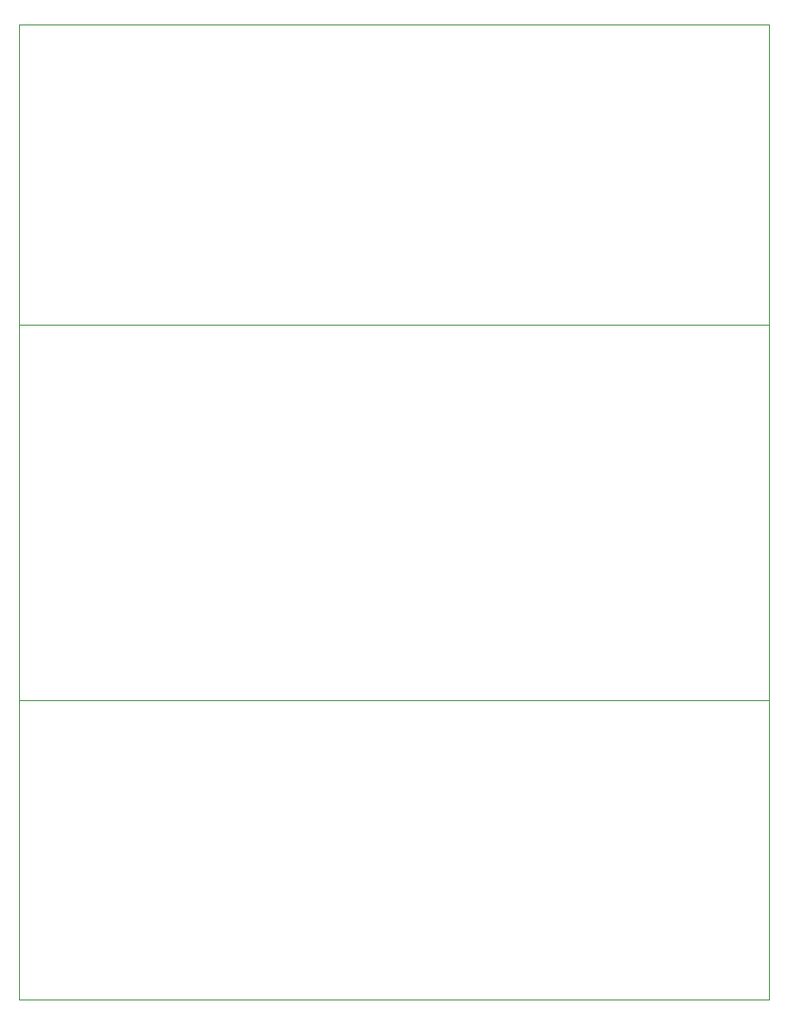
<source format=gbr>
%TF.GenerationSoftware,KiCad,Pcbnew,9.0.4*%
%TF.CreationDate,2025-11-21T11:06:10-05:00*%
%TF.ProjectId,merged_lights,6d657267-6564-45f6-9c69-676874732e6b,rev?*%
%TF.SameCoordinates,Original*%
%TF.FileFunction,Profile,NP*%
%FSLAX46Y46*%
G04 Gerber Fmt 4.6, Leading zero omitted, Abs format (unit mm)*
G04 Created by KiCad (PCBNEW 9.0.4) date 2025-11-21 11:06:10*
%MOMM*%
%LPD*%
G01*
G04 APERTURE LIST*
%TA.AperFunction,Profile*%
%ADD10C,0.050000*%
%TD*%
G04 APERTURE END LIST*
D10*
X12100000Y-12200000D02*
X82100000Y-12200000D01*
X82100000Y-103200000D01*
X12100000Y-103200000D01*
X12100000Y-12200000D01*
X82100000Y-40250000D02*
X12100000Y-40250000D01*
X82100000Y-75250000D02*
X12100000Y-75250000D01*
M02*

</source>
